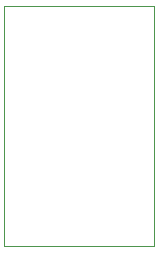
<source format=gbr>
%TF.GenerationSoftware,KiCad,Pcbnew,7.0.10*%
%TF.CreationDate,2024-01-03T14:24:59-05:00*%
%TF.ProjectId,1stTrial,31737454-7269-4616-9c2e-6b696361645f,rev?*%
%TF.SameCoordinates,Original*%
%TF.FileFunction,Profile,NP*%
%FSLAX46Y46*%
G04 Gerber Fmt 4.6, Leading zero omitted, Abs format (unit mm)*
G04 Created by KiCad (PCBNEW 7.0.10) date 2024-01-03 14:24:59*
%MOMM*%
%LPD*%
G01*
G04 APERTURE LIST*
%TA.AperFunction,Profile*%
%ADD10C,0.100000*%
%TD*%
G04 APERTURE END LIST*
D10*
X73660000Y-55880000D02*
X86360000Y-55880000D01*
X86360000Y-76200000D01*
X73660000Y-76200000D01*
X73660000Y-55880000D01*
M02*

</source>
